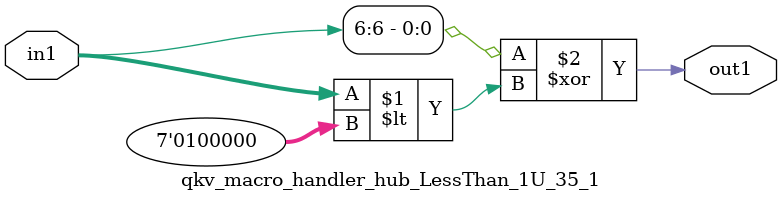
<source format=v>

`timescale 1ps / 1ps


module qkv_macro_handler_hub_LessThan_1U_35_1( in1, out1 );

    input [6:0] in1;
    output out1;

    
    // rtl_process:qkv_macro_handler_hub_LessThan_1U_35_1/qkv_macro_handler_hub_LessThan_1U_35_1_thread_1
    assign out1 = (in1[6] ^ in1 < 7'd032);

endmodule



</source>
